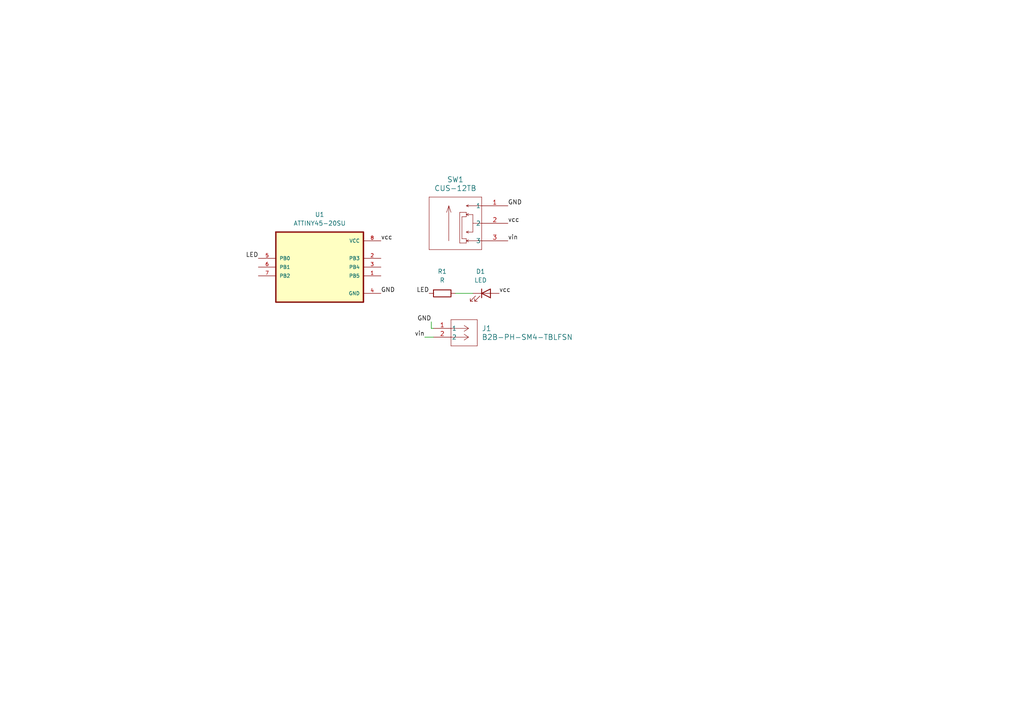
<source format=kicad_sch>
(kicad_sch (version 20230121) (generator eeschema)
  (paper "A4")
  (lib_symbols
    (symbol "Device:LED" (pin_numbers hide) (pin_names (offset 1.016) hide)
      (property "Reference" "D" (at 0 2.54 0))
      (property "Value" "LED" (at 0 -2.54 0))
      (symbol "LED_0_1"
        (polyline (pts (xy -1.27 -1.27) (xy -1.27 1.27)) (stroke (width 0.254)))
        (polyline (pts (xy -1.27 0) (xy 1.27 0)))
        (polyline (pts (xy 1.27 -1.27) (xy 1.27 1.27) (xy -1.27 0) (xy 1.27 -1.27)) (stroke (width 0.254)))
        (polyline (pts (xy -3.048 -0.762) (xy -4.572 -2.286) (xy -3.81 -2.286) (xy -4.572 -2.286) (xy -4.572 -1.524)))
        (polyline (pts (xy -1.778 -0.762) (xy -3.302 -2.286) (xy -2.54 -2.286) (xy -3.302 -2.286) (xy -3.302 -1.524)))
      )
      (symbol "LED_1_1"
        (pin passive line (at -3.81 0 0) (length 2.54) (name "K") (number "1"))
        (pin passive line (at 3.81 0 180) (length 2.54) (name "A") (number "2"))
      )
    )
    (symbol "Device:R" (pin_numbers hide) (pin_names (offset 0))
      (property "Reference" "R" (at 2.032 0 90))
      (property "Value" "R" (at 0 0 90))
      (symbol "R_0_1"
        (rectangle (start -1.016 -2.54) (end 1.016 2.54) (stroke (width 0.254)))
      )
      (symbol "R_1_1"
        (pin passive line (at 0 3.81 270) (length 1.27) (name "~") (number "1"))
        (pin passive line (at 0 -3.81 90) (length 1.27) (name "~") (number "2"))
      )
    )
    (symbol "esp_example_symbols:B2B-PH-SM4-TBLFSN" (pin_names (offset 0.254))
      (property "Reference" "J" (at 8.89 6.35 0))
      (property "Value" "B2B-PH-SM4-TBLFSN" (at 0 0 0))
      (symbol "B2B-PH-SM4-TBLFSN_1_1"
        (polyline (pts (xy 5.08 -5.08) (xy 12.7 -5.08)) (stroke (width 0.127)))
        (polyline (pts (xy 5.08 2.54) (xy 5.08 -5.08)) (stroke (width 0.127)))
        (polyline (pts (xy 10.16 -2.54) (xy 5.08 -2.54)) (stroke (width 0.127)))
        (polyline (pts (xy 10.16 -2.54) (xy 8.89 -3.3867)) (stroke (width 0.127)))
        (polyline (pts (xy 10.16 -2.54) (xy 8.89 -1.6933)) (stroke (width 0.127)))
        (polyline (pts (xy 10.16 0) (xy 5.08 0)) (stroke (width 0.127)))
        (polyline (pts (xy 10.16 0) (xy 8.89 -0.8467)) (stroke (width 0.127)))
        (polyline (pts (xy 10.16 0) (xy 8.89 0.8467)) (stroke (width 0.127)))
        (polyline (pts (xy 12.7 -5.08) (xy 12.7 2.54)) (stroke (width 0.127)))
        (polyline (pts (xy 12.7 2.54) (xy 5.08 2.54)) (stroke (width 0.127)))
        (pin unspecified line (at 0 0 0) (length 5.08) (name "1") (number "1"))
        (pin unspecified line (at 0 -2.54 0) (length 5.08) (name "2") (number "2"))
      )
      (symbol "B2B-PH-SM4-TBLFSN_1_2"
        (polyline (pts (xy 5.08 -5.08) (xy 12.7 -5.08)) (stroke (width 0.127)))
        (polyline (pts (xy 5.08 2.54) (xy 5.08 -5.08)) (stroke (width 0.127)))
        (polyline (pts (xy 7.62 -2.54) (xy 5.08 -2.54)) (stroke (width 0.127)))
        (polyline (pts (xy 7.62 -2.54) (xy 8.89 -3.3867)) (stroke (width 0.127)))
        (polyline (pts (xy 7.62 -2.54) (xy 8.89 -1.6933)) (stroke (width 0.127)))
        (polyline (pts (xy 7.62 0) (xy 5.08 0)) (stroke (width 0.127)))
        (polyline (pts (xy 7.62 0) (xy 8.89 -0.8467)) (stroke (width 0.127)))
        (polyline (pts (xy 7.62 0) (xy 8.89 0.8467)) (stroke (width 0.127)))
        (polyline (pts (xy 12.7 -5.08) (xy 12.7 2.54)) (stroke (width 0.127)))
        (polyline (pts (xy 12.7 2.54) (xy 5.08 2.54)) (stroke (width 0.127)))
        (pin unspecified line (at 0 0 0) (length 5.08) (name "1") (number "1"))
        (pin unspecified line (at 0 -2.54 0) (length 5.08) (name "2") (number "2"))
      )
    )
    (symbol "ubi:ATTINY45-20SU" (pin_names (offset 1.016))
      (property "Reference" "U" (at -12.7 11.16 0))
      (property "Value" "ATTINY45-20SU" (at -12.7 -14.16 0))
      (symbol "ATTINY45-20SU_0_0"
        (rectangle (start -12.7 -10.16) (end 12.7 10.16) (stroke (width 0.41)) (fill (type background)))
        (pin bidirectional line (at 17.78 -2.54 180) (length 5.08) (name "PB5") (number "1"))
        (pin bidirectional line (at 17.78 2.54 180) (length 5.08) (name "PB3") (number "2"))
        (pin bidirectional line (at 17.78 0 180) (length 5.08) (name "PB4") (number "3"))
        (pin power_in line (at 17.78 -7.62 180) (length 5.08) (name "GND") (number "4"))
        (pin bidirectional line (at -17.78 2.54 0) (length 5.08) (name "PB0") (number "5"))
        (pin bidirectional line (at -17.78 0 0) (length 5.08) (name "PB1") (number "6"))
        (pin bidirectional line (at -17.78 -2.54 0) (length 5.08) (name "PB2") (number "7"))
        (pin power_in line (at 17.78 7.62 180) (length 5.08) (name "VCC") (number "8"))
      )
    )
    (symbol "ubi:CUS-12TB" (pin_names (offset 0.254))
      (property "Reference" "SW" (at -15.24 10.16 0))
      (property "Value" "CUS-12TB" (at -20.32 7.62 0))
      (symbol "CUS-12TB_0_1"
        (polyline (pts (xy -22.86 -10.16) (xy -7.62 -10.16)) (stroke (width 0.127)))
        (polyline (pts (xy -22.86 5.08) (xy -22.86 -10.16)) (stroke (width 0.127)))
        (polyline (pts (xy -17.145 -7.62) (xy -17.145 2.54)) (stroke (width 0.127)))
        (polyline (pts (xy -17.145 2.54) (xy -17.78 0.635)) (stroke (width 0.127)))
        (polyline (pts (xy -17.145 2.54) (xy -16.51 0.635)) (stroke (width 0.127)))
        (polyline (pts (xy -13.97 -8.255) (xy -13.97 0.635)) (stroke (width 0.127)))
        (polyline (pts (xy -13.97 0.635) (xy -12.065 0.635)) (stroke (width 0.127)))
        (polyline (pts (xy -13.335 -6.985) (xy -12.065 -6.985)) (stroke (width 0.127)))
        (polyline (pts (xy -13.335 -0.635) (xy -13.335 -6.985)) (stroke (width 0.127)))
        (polyline (pts (xy -12.065 -8.255) (xy -13.97 -8.255)) (stroke (width 0.127)))
        (polyline (pts (xy -12.065 -7.62) (xy -11.43 -7.9375)) (stroke (width 0.127)))
        (polyline (pts (xy -12.065 -7.62) (xy -11.43 -7.3025)) (stroke (width 0.127)))
        (polyline (pts (xy -12.065 -6.985) (xy -12.065 -8.255)) (stroke (width 0.127)))
        (polyline (pts (xy -12.065 -5.08) (xy -11.43 -5.3975)) (stroke (width 0.127)))
        (polyline (pts (xy -12.065 -5.08) (xy -11.43 -4.7625)) (stroke (width 0.127)))
        (polyline (pts (xy -12.065 -5.08) (xy -10.16 -5.08)) (stroke (width 0.127)))
        (polyline (pts (xy -12.065 -0.635) (xy -13.335 -0.635)) (stroke (width 0.127)))
        (polyline (pts (xy -12.065 -0.635) (xy -12.065 0.635)) (stroke (width 0.127)))
        (polyline (pts (xy -12.065 0) (xy -11.43 -0.3175)) (stroke (width 0.127)))
        (polyline (pts (xy -12.065 0) (xy -11.43 0.3175)) (stroke (width 0.127)))
        (polyline (pts (xy -12.065 0) (xy -10.16 0)) (stroke (width 0.127)))
        (polyline (pts (xy -12.065 2.54) (xy -11.43 2.2225)) (stroke (width 0.127)))
        (polyline (pts (xy -12.065 2.54) (xy -11.43 2.8575)) (stroke (width 0.127)))
        (polyline (pts (xy -10.16 -5.08) (xy -10.16 0)) (stroke (width 0.127)))
        (polyline (pts (xy -7.62 -10.16) (xy -7.62 5.08)) (stroke (width 0.127)))
        (polyline (pts (xy -7.62 -7.62) (xy -12.065 -7.62)) (stroke (width 0.127)))
        (polyline (pts (xy -7.62 -2.54) (xy -10.16 -2.54)) (stroke (width 0.127)))
        (polyline (pts (xy -7.62 2.54) (xy -12.065 2.54)) (stroke (width 0.127)))
        (polyline (pts (xy -7.62 5.08) (xy -22.86 5.08)) (stroke (width 0.127)))
        (pin unspecified line (at 0 2.54 180) (length 7.62) (name "1") (number "1"))
        (pin unspecified line (at 0 -2.54 180) (length 7.62) (name "2") (number "2"))
        (pin unspecified line (at 0 -7.62 180) (length 7.62) (name "3") (number "3"))
      )
    )
  )
  (wire (pts (xy 123.19 97.79) (xy 125.73 97.79)))
  (wire (pts (xy 125.095 93.345) (xy 125.095 95.25)))
  (wire (pts (xy 125.095 95.25) (xy 125.73 95.25)))
  (wire (pts (xy 132.08 85.09) (xy 137.16 85.09)))
  (label "vcc" (at 144.78 85.09 0))
  (label "GND" (at 110.49 85.09 0))
  (label "vin" (at 147.32 69.85 0))
  (label "GND" (at 147.32 59.69 0))
  (label "vin" (at 123.19 97.79 180))
  (label "vcc" (at 147.32 64.77 0))
  (label "LED" (at 124.46 85.09 180))
  (label "vcc" (at 110.49 69.85 0))
  (label "LED" (at 74.93 74.93 180))
  (label "GND" (at 125.095 93.345 180))
  (symbol (lib_id "Device:LED") (at 140.97 85.09 0) (unit 1)
    (property "Reference" "D1" (at 139.3825 78.74 0))
    (property "Value" "LED" (at 139.3825 81.28 0))
    (property "Footprint" "LED_SMD:LED_1206_3216Metric" (effects hide))
  )
  (symbol (lib_id "Device:R") (at 128.27 85.09 90) (unit 1)
    (property "Reference" "R1" (at 128.27 78.74 90))
    (property "Value" "R" (at 128.27 81.28 90))
    (property "Footprint" "Resistor_SMD:R_0805_2012Metric" (effects hide))
  )
  (symbol (lib_id "esp_example_symbols:B2B-PH-SM4-TBLFSN") (at 125.73 95.25 0) (unit 1)
    (property "Reference" "J1" (at 139.7 95.25 0) (effects (font (size 1.524 1.524)) (justify left)))
    (property "Value" "B2B-PH-SM4-TBLFSN" (at 139.7 97.79 0) (effects (font (size 1.524 1.524)) (justify left)))
    (property "Footprint" "esp_lib:B2B-PH-SM4-TBLFSN_JST" (effects hide))
    (property "Datasheet" "B2B-PH-SM4-TBLFSN" (effects hide))
  )
  (symbol (lib_id "ubi:CUS-12TB") (at 147.32 62.23 0) (unit 1)
    (property "Reference" "SW1" (at 132.08 52.07 0) (effects (font (size 1.524 1.524))))
    (property "Value" "CUS-12TB" (at 132.08 54.61 0) (effects (font (size 1.524 1.524))))
    (property "Footprint" "Library:CUS-12TB_NDC" (effects hide))
  )
  (symbol (lib_id "ubi:ATTINY45-20SU") (at 92.71 77.47 0) (unit 1)
    (property "Reference" "U1" (at 92.71 62.23 0))
    (property "Value" "ATTINY45-20SU" (at 92.71 64.77 0))
    (property "Footprint" "Library:SOIC127P794X202-8N" (effects hide))
  )
)
</source>
